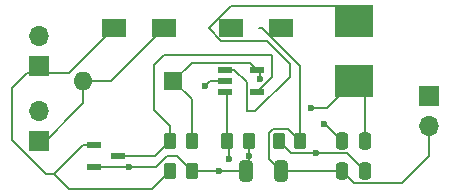
<source format=gbr>
%TF.GenerationSoftware,KiCad,Pcbnew,8.0.6*%
%TF.CreationDate,2025-06-18T20:25:26+05:30*%
%TF.ProjectId,Tiny Solar Suppy,54696e79-2053-46f6-9c61-722053757070,rev?*%
%TF.SameCoordinates,Original*%
%TF.FileFunction,Copper,L1,Top*%
%TF.FilePolarity,Positive*%
%FSLAX46Y46*%
G04 Gerber Fmt 4.6, Leading zero omitted, Abs format (unit mm)*
G04 Created by KiCad (PCBNEW 8.0.6) date 2025-06-18 20:25:26*
%MOMM*%
%LPD*%
G01*
G04 APERTURE LIST*
G04 Aperture macros list*
%AMRoundRect*
0 Rectangle with rounded corners*
0 $1 Rounding radius*
0 $2 $3 $4 $5 $6 $7 $8 $9 X,Y pos of 4 corners*
0 Add a 4 corners polygon primitive as box body*
4,1,4,$2,$3,$4,$5,$6,$7,$8,$9,$2,$3,0*
0 Add four circle primitives for the rounded corners*
1,1,$1+$1,$2,$3*
1,1,$1+$1,$4,$5*
1,1,$1+$1,$6,$7*
1,1,$1+$1,$8,$9*
0 Add four rect primitives between the rounded corners*
20,1,$1+$1,$2,$3,$4,$5,0*
20,1,$1+$1,$4,$5,$6,$7,0*
20,1,$1+$1,$6,$7,$8,$9,0*
20,1,$1+$1,$8,$9,$2,$3,0*%
G04 Aperture macros list end*
%TA.AperFunction,ComponentPad*%
%ADD10R,1.600000X1.600000*%
%TD*%
%TA.AperFunction,ComponentPad*%
%ADD11O,1.600000X1.600000*%
%TD*%
%TA.AperFunction,ComponentPad*%
%ADD12R,1.700000X1.700000*%
%TD*%
%TA.AperFunction,ComponentPad*%
%ADD13O,1.700000X1.700000*%
%TD*%
%TA.AperFunction,SMDPad,CuDef*%
%ADD14R,1.181100X0.558800*%
%TD*%
%TA.AperFunction,SMDPad,CuDef*%
%ADD15RoundRect,0.250000X-0.262500X-0.450000X0.262500X-0.450000X0.262500X0.450000X-0.262500X0.450000X0*%
%TD*%
%TA.AperFunction,SMDPad,CuDef*%
%ADD16RoundRect,0.250000X0.262500X0.450000X-0.262500X0.450000X-0.262500X-0.450000X0.262500X-0.450000X0*%
%TD*%
%TA.AperFunction,SMDPad,CuDef*%
%ADD17R,1.300000X0.600000*%
%TD*%
%TA.AperFunction,SMDPad,CuDef*%
%ADD18R,3.302000X2.667000*%
%TD*%
%TA.AperFunction,SMDPad,CuDef*%
%ADD19R,2.120000X1.500000*%
%TD*%
%TA.AperFunction,SMDPad,CuDef*%
%ADD20RoundRect,0.250000X-0.250000X-0.475000X0.250000X-0.475000X0.250000X0.475000X-0.250000X0.475000X0*%
%TD*%
%TA.AperFunction,SMDPad,CuDef*%
%ADD21RoundRect,0.250000X0.325000X0.650000X-0.325000X0.650000X-0.325000X-0.650000X0.325000X-0.650000X0*%
%TD*%
%TA.AperFunction,SMDPad,CuDef*%
%ADD22RoundRect,0.250000X0.250000X0.475000X-0.250000X0.475000X-0.250000X-0.475000X0.250000X-0.475000X0*%
%TD*%
%TA.AperFunction,ViaPad*%
%ADD23C,0.600000*%
%TD*%
%TA.AperFunction,Conductor*%
%ADD24C,0.200000*%
%TD*%
G04 APERTURE END LIST*
D10*
%TO.P,J3,1,Pin_1*%
%TO.N,Net-(J3-Pin_1)*%
X71745000Y-98425000D03*
D11*
%TO.P,J3,2,Pin_2*%
%TO.N,/BAT_P*%
X64125000Y-98425000D03*
%TD*%
D12*
%TO.P,J1,1,Pin_1*%
%TO.N,GNDD*%
X93345000Y-99695000D03*
D13*
%TO.P,J1,2,Pin_2*%
%TO.N,/OUT_P*%
X93345000Y-102235000D03*
%TD*%
D12*
%TO.P,J2,1,Pin_1*%
%TO.N,/BAT_P*%
X60325000Y-103505000D03*
D13*
%TO.P,J2,2,Pin_2*%
%TO.N,GNDD*%
X60325000Y-100965000D03*
%TD*%
D14*
%TO.P,U1,1,SW*%
%TO.N,Net-(U1-SW)*%
X76104750Y-97474999D03*
%TO.P,U1,2,GND*%
%TO.N,GNDD*%
X76104750Y-98425000D03*
%TO.P,U1,3,FB*%
%TO.N,Net-(U1-FB)*%
X76104750Y-99375001D03*
%TO.P,U1,4,SHDN*%
%TO.N,Net-(Q1-D)*%
X78835250Y-99375001D03*
%TO.P,U1,5,VIN*%
%TO.N,Net-(J3-Pin_1)*%
X78835250Y-97474999D03*
%TD*%
D15*
%TO.P,R4,1*%
%TO.N,/SOLAR_P*%
X71477500Y-106045000D03*
%TO.P,R4,2*%
%TO.N,GNDD*%
X73302500Y-106045000D03*
%TD*%
D16*
%TO.P,R3,1*%
%TO.N,Net-(J3-Pin_1)*%
X73302500Y-103505000D03*
%TO.P,R3,2*%
%TO.N,Net-(Q1-D)*%
X71477500Y-103505000D03*
%TD*%
D15*
%TO.P,R2,2*%
%TO.N,GNDD*%
X78105000Y-103505000D03*
%TO.P,R2,1*%
%TO.N,Net-(U1-FB)*%
X76280000Y-103505000D03*
%TD*%
D16*
%TO.P,R1,2*%
%TO.N,Net-(U1-FB)*%
X80645000Y-103505000D03*
%TO.P,R1,1*%
%TO.N,/OUT_P*%
X82470000Y-103505000D03*
%TD*%
D17*
%TO.P,Q1,3,D*%
%TO.N,Net-(Q1-D)*%
X67090000Y-104775000D03*
%TO.P,Q1,2,S*%
%TO.N,GNDD*%
X64990000Y-105725000D03*
%TO.P,Q1,1,G*%
%TO.N,/SOLAR_P*%
X64990000Y-103825000D03*
%TD*%
D18*
%TO.P,L1,1,1*%
%TO.N,Net-(U1-SW)*%
X86995000Y-93319600D03*
%TO.P,L1,2,2*%
%TO.N,Net-(J3-Pin_1)*%
X86995000Y-98450400D03*
%TD*%
D12*
%TO.P,J4,1,Pin_1*%
%TO.N,/SOLAR_P*%
X60325000Y-97160000D03*
D13*
%TO.P,J4,2,Pin_2*%
%TO.N,GNDD*%
X60325000Y-94620000D03*
%TD*%
D19*
%TO.P,D2,C*%
%TO.N,/BAT_P*%
X70905000Y-93980000D03*
%TO.P,D2,A*%
%TO.N,/SOLAR_P*%
X66675000Y-93980000D03*
%TD*%
%TO.P,D1,C*%
%TO.N,/OUT_P*%
X80855000Y-93980000D03*
%TO.P,D1,A*%
%TO.N,Net-(U1-SW)*%
X76625000Y-93980000D03*
%TD*%
D20*
%TO.P,C3,1*%
%TO.N,/OUT_P*%
X86045000Y-106045000D03*
%TO.P,C3,2*%
%TO.N,Net-(U1-FB)*%
X87945000Y-106045000D03*
%TD*%
D21*
%TO.P,C2,1*%
%TO.N,/OUT_P*%
X80850000Y-106045000D03*
%TO.P,C2,2*%
%TO.N,GNDD*%
X77900000Y-106045000D03*
%TD*%
D22*
%TO.P,C1,1*%
%TO.N,Net-(J3-Pin_1)*%
X87945000Y-103535000D03*
%TO.P,C1,2*%
%TO.N,GNDD*%
X86045000Y-103535000D03*
%TD*%
D23*
%TO.N,Net-(U1-FB)*%
X76454000Y-105003600D03*
X83820000Y-104560000D03*
%TO.N,GNDD*%
X67945000Y-105725000D03*
X74422000Y-98856800D03*
X84531200Y-102057200D03*
X78105000Y-104775000D03*
X75565000Y-106045000D03*
%TO.N,Net-(J3-Pin_1)*%
X83362800Y-100685600D03*
X79105061Y-98256661D03*
%TD*%
D24*
%TO.N,/OUT_P*%
X81470000Y-102505000D02*
X82470000Y-103505000D01*
X79832500Y-102820256D02*
X80147756Y-102505000D01*
X79832500Y-105027500D02*
X79832500Y-102820256D01*
X80850000Y-106045000D02*
X79832500Y-105027500D01*
X80147756Y-102505000D02*
X81470000Y-102505000D01*
%TO.N,/SOLAR_P*%
X62865000Y-97790000D02*
X66675000Y-93980000D01*
X59334400Y-97790000D02*
X62865000Y-97790000D01*
X58064400Y-103428800D02*
X58064400Y-99060000D01*
X58064400Y-99060000D02*
X59334400Y-97790000D01*
X60960000Y-106324400D02*
X58064400Y-103428800D01*
X61620400Y-106324400D02*
X60960000Y-106324400D01*
%TO.N,/OUT_P*%
X80850000Y-106045000D02*
X86045000Y-106045000D01*
%TO.N,Net-(J3-Pin_1)*%
X73302500Y-99982500D02*
X73302500Y-103505000D01*
X71745000Y-98425000D02*
X73302500Y-99982500D01*
X78255850Y-96895599D02*
X78835250Y-97474999D01*
X73274401Y-96895599D02*
X78255850Y-96895599D01*
X71745000Y-98425000D02*
X73274401Y-96895599D01*
%TO.N,/BAT_P*%
X66460000Y-98425000D02*
X70905000Y-93980000D01*
X64125000Y-98425000D02*
X66460000Y-98425000D01*
%TO.N,Net-(U1-FB)*%
X76454000Y-103679000D02*
X76280000Y-103505000D01*
X76454000Y-105003600D02*
X76454000Y-103679000D01*
X83820000Y-104560000D02*
X81700000Y-104560000D01*
%TO.N,GNDD*%
X67945000Y-105725000D02*
X70246200Y-105725000D01*
X72007100Y-104749600D02*
X73302500Y-106045000D01*
X71221600Y-104749600D02*
X72007100Y-104749600D01*
X70246200Y-105725000D02*
X71221600Y-104749600D01*
X64990000Y-105725000D02*
X67945000Y-105725000D01*
X74853800Y-98425000D02*
X74422000Y-98856800D01*
X76104750Y-98425000D02*
X74853800Y-98425000D01*
X84567200Y-102057200D02*
X84531200Y-102057200D01*
X86045000Y-103535000D02*
X84567200Y-102057200D01*
X78105000Y-104775000D02*
X78105000Y-105840000D01*
X75565000Y-106045000D02*
X73302500Y-106045000D01*
X77900000Y-106045000D02*
X75565000Y-106045000D01*
X78105000Y-105840000D02*
X77900000Y-106045000D01*
X78105000Y-103505000D02*
X78105000Y-104775000D01*
%TO.N,Net-(J3-Pin_1)*%
X84759800Y-100685600D02*
X83362800Y-100685600D01*
X86995000Y-98450400D02*
X84759800Y-100685600D01*
X79105061Y-98256661D02*
X79105061Y-97744810D01*
X79105061Y-97744810D02*
X78835250Y-97474999D01*
%TO.N,/OUT_P*%
X93370400Y-104800400D02*
X93345000Y-104775000D01*
X91100800Y-107070000D02*
X93370400Y-104800400D01*
X93345000Y-104775000D02*
X93345000Y-102235000D01*
X87070000Y-107070000D02*
X91100800Y-107070000D01*
X86045000Y-106045000D02*
X87070000Y-107070000D01*
%TO.N,Net-(J3-Pin_1)*%
X87945000Y-103535000D02*
X87945000Y-99400400D01*
X87945000Y-99400400D02*
X86995000Y-98450400D01*
%TO.N,Net-(U1-FB)*%
X81700000Y-104560000D02*
X80645000Y-103505000D01*
X86460000Y-104560000D02*
X83820000Y-104560000D01*
X87945000Y-106045000D02*
X86460000Y-104560000D01*
%TO.N,Net-(U1-SW)*%
X76610700Y-92089300D02*
X74720000Y-93980000D01*
X85764700Y-92089300D02*
X76610700Y-92089300D01*
X86995000Y-93319600D02*
X85764700Y-92089300D01*
%TO.N,/OUT_P*%
X79260000Y-93980000D02*
X82470000Y-97190000D01*
X82470000Y-97190000D02*
X82470000Y-103505000D01*
X78950000Y-93980000D02*
X79260000Y-93980000D01*
%TO.N,Net-(U1-SW)*%
X75770000Y-95030000D02*
X74720000Y-93980000D01*
X81584800Y-96977200D02*
X79637600Y-95030000D01*
X81584800Y-98095401D02*
X81584800Y-96977200D01*
X77978000Y-100990400D02*
X78689801Y-100990400D01*
X76895300Y-97474999D02*
X77944700Y-98524399D01*
X77944700Y-98524399D02*
X77944700Y-100957100D01*
X77944700Y-100957100D02*
X77978000Y-100990400D01*
X79637600Y-95030000D02*
X75770000Y-95030000D01*
X78689801Y-100990400D02*
X81584800Y-98095401D01*
X76104750Y-97474999D02*
X76895300Y-97474999D01*
%TO.N,Net-(U1-FB)*%
X76280000Y-99550251D02*
X76104750Y-99375001D01*
X76280000Y-103505000D02*
X76280000Y-99550251D01*
%TO.N,Net-(Q1-D)*%
X80111600Y-98098651D02*
X78835250Y-99375001D01*
X70104000Y-97078800D02*
X70916800Y-96266000D01*
X70104000Y-100888800D02*
X70104000Y-97078800D01*
X80111600Y-96266000D02*
X80111600Y-98098651D01*
X71477500Y-102262300D02*
X70104000Y-100888800D01*
X70916800Y-96266000D02*
X80111600Y-96266000D01*
X71477500Y-103505000D02*
X71477500Y-102262300D01*
%TO.N,/SOLAR_P*%
X62890400Y-107594400D02*
X61620400Y-106324400D01*
X69928100Y-107594400D02*
X62890400Y-107594400D01*
X71477500Y-106045000D02*
X69928100Y-107594400D01*
X64119800Y-103825000D02*
X61620400Y-106324400D01*
X64990000Y-103825000D02*
X64119800Y-103825000D01*
%TO.N,Net-(Q1-D)*%
X70207500Y-104775000D02*
X71477500Y-103505000D01*
X67090000Y-104775000D02*
X70207500Y-104775000D01*
%TO.N,/BAT_P*%
X64125000Y-100340000D02*
X64125000Y-98425000D01*
X60325000Y-104140000D02*
X64125000Y-100340000D01*
%TD*%
M02*

</source>
